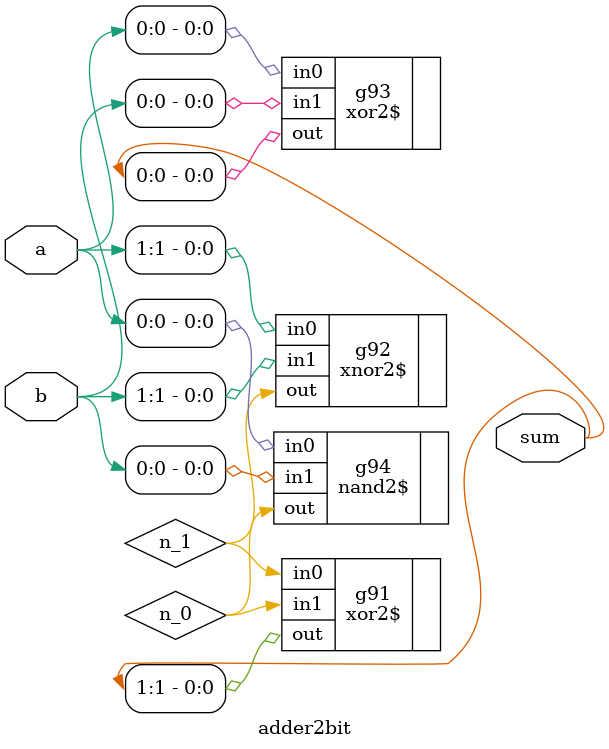
<source format=v>


// Verification Directory fv/adderNbit 

module adder2bit(a, b, sum);
  input [1:0] a, b;
  output [1:0] sum;
  wire [1:0] a, b;
  wire [1:0] sum;
  wire n_0, n_1;
  xor2$ g91(.in0 (n_1), .in1 (n_0), .out (sum[1]));
  xor2$ g93(.in0 (a[0]), .in1 (b[0]), .out (sum[0]));
  xnor2$ g92(.in0 (a[1]), .in1 (b[1]), .out (n_1));
  nand2$ g94(.in0 (a[0]), .in1 (b[0]), .out (n_0));
endmodule


</source>
